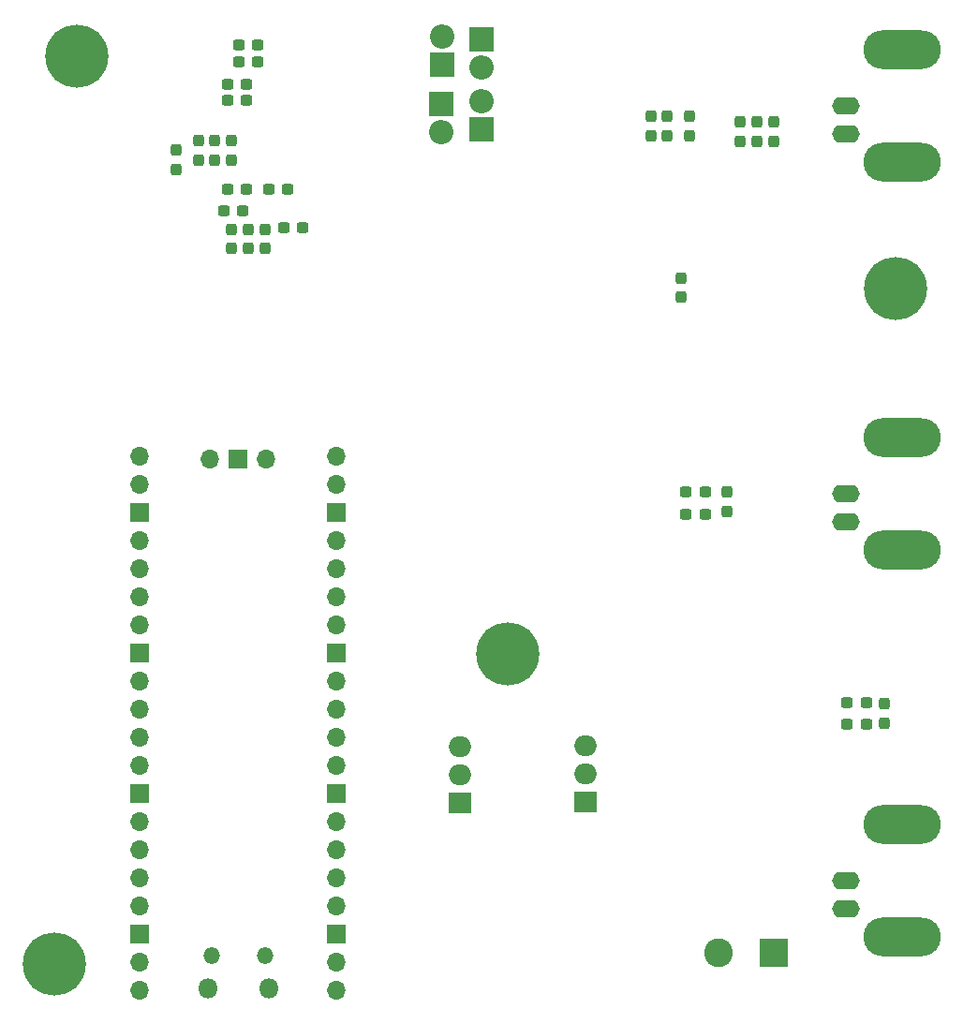
<source format=gbr>
%TF.GenerationSoftware,KiCad,Pcbnew,(6.0.0)*%
%TF.CreationDate,2022-02-27T22:59:39+01:00*%
%TF.ProjectId,board,626f6172-642e-46b6-9963-61645f706362,rev?*%
%TF.SameCoordinates,Original*%
%TF.FileFunction,Soldermask,Bot*%
%TF.FilePolarity,Negative*%
%FSLAX46Y46*%
G04 Gerber Fmt 4.6, Leading zero omitted, Abs format (unit mm)*
G04 Created by KiCad (PCBNEW (6.0.0)) date 2022-02-27 22:59:39*
%MOMM*%
%LPD*%
G01*
G04 APERTURE LIST*
G04 Aperture macros list*
%AMRoundRect*
0 Rectangle with rounded corners*
0 $1 Rounding radius*
0 $2 $3 $4 $5 $6 $7 $8 $9 X,Y pos of 4 corners*
0 Add a 4 corners polygon primitive as box body*
4,1,4,$2,$3,$4,$5,$6,$7,$8,$9,$2,$3,0*
0 Add four circle primitives for the rounded corners*
1,1,$1+$1,$2,$3*
1,1,$1+$1,$4,$5*
1,1,$1+$1,$6,$7*
1,1,$1+$1,$8,$9*
0 Add four rect primitives between the rounded corners*
20,1,$1+$1,$2,$3,$4,$5,0*
20,1,$1+$1,$4,$5,$6,$7,0*
20,1,$1+$1,$6,$7,$8,$9,0*
20,1,$1+$1,$8,$9,$2,$3,0*%
G04 Aperture macros list end*
%ADD10RoundRect,0.237500X0.237500X-0.287500X0.237500X0.287500X-0.237500X0.287500X-0.237500X-0.287500X0*%
%ADD11R,2.200000X2.200000*%
%ADD12O,2.200000X2.200000*%
%ADD13RoundRect,0.237500X-0.300000X-0.237500X0.300000X-0.237500X0.300000X0.237500X-0.300000X0.237500X0*%
%ADD14RoundRect,0.237500X0.300000X0.237500X-0.300000X0.237500X-0.300000X-0.237500X0.300000X-0.237500X0*%
%ADD15RoundRect,0.237500X0.237500X-0.300000X0.237500X0.300000X-0.237500X0.300000X-0.237500X-0.300000X0*%
%ADD16C,5.700000*%
%ADD17RoundRect,0.237500X-0.237500X0.300000X-0.237500X-0.300000X0.237500X-0.300000X0.237500X0.300000X0*%
%ADD18O,1.800000X1.800000*%
%ADD19O,1.500000X1.500000*%
%ADD20O,1.700000X1.700000*%
%ADD21R,1.700000X1.700000*%
%ADD22RoundRect,0.237500X-0.237500X0.287500X-0.237500X-0.287500X0.237500X-0.287500X0.237500X0.287500X0*%
%ADD23O,2.000000X1.905000*%
%ADD24R,2.000000X1.905000*%
%ADD25R,2.600000X2.600000*%
%ADD26C,2.600000*%
%ADD27O,2.500000X1.600000*%
%ADD28O,7.000000X3.500000*%
G04 APERTURE END LIST*
D10*
%TO.C,FB501*%
X215000000Y-38675000D03*
X215000000Y-36925000D03*
%TD*%
D11*
%TO.C,D501*%
X188600000Y-37640000D03*
D12*
X188600000Y-35100000D03*
%TD*%
D11*
%TO.C,D502*%
X184975000Y-35351766D03*
D12*
X184975000Y-37891766D03*
%TD*%
D11*
%TO.C,D504*%
X185000000Y-31715000D03*
D12*
X185000000Y-29175000D03*
%TD*%
%TO.C,D503*%
X188600000Y-32000000D03*
D11*
X188600000Y-29460000D03*
%TD*%
D13*
%TO.C,C105*%
X165637500Y-35000000D03*
X167362500Y-35000000D03*
%TD*%
%TO.C,C106*%
X166637500Y-30000000D03*
X168362500Y-30000000D03*
%TD*%
D14*
%TO.C,C301*%
X208803572Y-72360000D03*
X207078572Y-72360000D03*
%TD*%
D15*
%TO.C,C503*%
X213500000Y-36937500D03*
X213500000Y-38662500D03*
%TD*%
D13*
%TO.C,C109*%
X171062500Y-43000000D03*
X169337500Y-43000000D03*
%TD*%
D14*
%TO.C,C112*%
X167362500Y-43000000D03*
X165637500Y-43000000D03*
%TD*%
D15*
%TO.C,C504*%
X206600000Y-51037500D03*
X206600000Y-52762500D03*
%TD*%
D16*
%TO.C,H102*%
X152000000Y-31000000D03*
%TD*%
%TO.C,H104*%
X150000000Y-113000000D03*
%TD*%
D17*
%TO.C,C113*%
X161000000Y-41225000D03*
X161000000Y-39500000D03*
%TD*%
%TO.C,C104*%
X164500000Y-38637500D03*
X164500000Y-40362500D03*
%TD*%
D13*
%TO.C,C108*%
X166637500Y-31500000D03*
X168362500Y-31500000D03*
%TD*%
D15*
%TO.C,C501*%
X212000000Y-36937500D03*
X212000000Y-38662500D03*
%TD*%
D17*
%TO.C,C103*%
X166000000Y-38637500D03*
X166000000Y-40362500D03*
%TD*%
D14*
%TO.C,C401*%
X223372500Y-91380000D03*
X221647500Y-91380000D03*
%TD*%
D17*
%TO.C,C114*%
X169000000Y-46625000D03*
X169000000Y-48350000D03*
%TD*%
D13*
%TO.C,C115*%
X170737500Y-46500000D03*
X172462500Y-46500000D03*
%TD*%
D18*
%TO.C,U101*%
X163885000Y-115270000D03*
D19*
X164185000Y-112240000D03*
X169035000Y-112240000D03*
D18*
X169335000Y-115270000D03*
D20*
X175500000Y-115400000D03*
X175500000Y-112860000D03*
D21*
X175500000Y-110320000D03*
D20*
X175500000Y-107780000D03*
X175500000Y-105240000D03*
X175500000Y-102700000D03*
X175500000Y-100160000D03*
D21*
X175500000Y-97620000D03*
D20*
X175500000Y-95080000D03*
X175500000Y-92540000D03*
X175500000Y-90000000D03*
X175500000Y-87460000D03*
D21*
X175500000Y-84920000D03*
D20*
X175500000Y-82380000D03*
X175500000Y-79840000D03*
X175500000Y-77300000D03*
X175500000Y-74760000D03*
D21*
X175500000Y-72220000D03*
D20*
X175500000Y-69680000D03*
X175500000Y-67140000D03*
X157720000Y-67140000D03*
X157720000Y-69680000D03*
D21*
X157720000Y-72220000D03*
D20*
X157720000Y-74760000D03*
X157720000Y-77300000D03*
X157720000Y-79840000D03*
X157720000Y-82380000D03*
D21*
X157720000Y-84920000D03*
D20*
X157720000Y-87460000D03*
X157720000Y-90000000D03*
X157720000Y-92540000D03*
X157720000Y-95080000D03*
D21*
X157720000Y-97620000D03*
D20*
X157720000Y-100160000D03*
X157720000Y-102700000D03*
X157720000Y-105240000D03*
X157720000Y-107780000D03*
D21*
X157720000Y-110320000D03*
D20*
X157720000Y-112860000D03*
X157720000Y-115400000D03*
X169150000Y-67370000D03*
D21*
X166610000Y-67370000D03*
D20*
X164070000Y-67370000D03*
%TD*%
D22*
%TO.C,FB502*%
X203900000Y-36425000D03*
X203900000Y-38175000D03*
%TD*%
D15*
%TO.C,C506*%
X207400000Y-38162500D03*
X207400000Y-36437500D03*
%TD*%
%TO.C,C505*%
X205400000Y-38162500D03*
X205400000Y-36437500D03*
%TD*%
D13*
%TO.C,C101*%
X165637500Y-33500000D03*
X167362500Y-33500000D03*
%TD*%
D14*
%TO.C,C302*%
X207078572Y-70360000D03*
X208803572Y-70360000D03*
%TD*%
D22*
%TO.C,FB401*%
X225010000Y-89505000D03*
X225010000Y-91255000D03*
%TD*%
D16*
%TO.C,H103*%
X191000000Y-85000000D03*
%TD*%
%TO.C,H101*%
X226000000Y-52000000D03*
%TD*%
D17*
%TO.C,C102*%
X163000000Y-40362500D03*
X163000000Y-38637500D03*
%TD*%
D15*
%TO.C,C111*%
X166000000Y-48350000D03*
X166000000Y-46625000D03*
%TD*%
D14*
%TO.C,C107*%
X167000000Y-45000000D03*
X165275000Y-45000000D03*
%TD*%
%TO.C,C402*%
X223372500Y-89380000D03*
X221647500Y-89380000D03*
%TD*%
D10*
%TO.C,FB101*%
X167500000Y-48375000D03*
X167500000Y-46625000D03*
%TD*%
%TO.C,FB301*%
X210800000Y-72105000D03*
X210800000Y-70355000D03*
%TD*%
D23*
%TO.C,U202*%
X197967500Y-93350000D03*
X197967500Y-95890000D03*
D24*
X197967500Y-98430000D03*
%TD*%
D25*
%TO.C,J202*%
X215000000Y-112000000D03*
D26*
X210000000Y-112000000D03*
%TD*%
D27*
%TO.C,J401*%
X221507500Y-105530000D03*
D28*
X226587500Y-100450000D03*
X226587500Y-110610000D03*
D27*
X221507500Y-108070000D03*
%TD*%
D24*
%TO.C,U203*%
X186663750Y-98481250D03*
D23*
X186663750Y-95941250D03*
X186663750Y-93401250D03*
%TD*%
D27*
%TO.C,J301*%
X221500000Y-70500000D03*
D28*
X226580000Y-65420000D03*
X226580000Y-75580000D03*
D27*
X221500000Y-73040000D03*
%TD*%
%TO.C,J501*%
X221500000Y-35500000D03*
D28*
X226580000Y-40580000D03*
X226580000Y-30420000D03*
D27*
X221500000Y-38040000D03*
%TD*%
M02*

</source>
